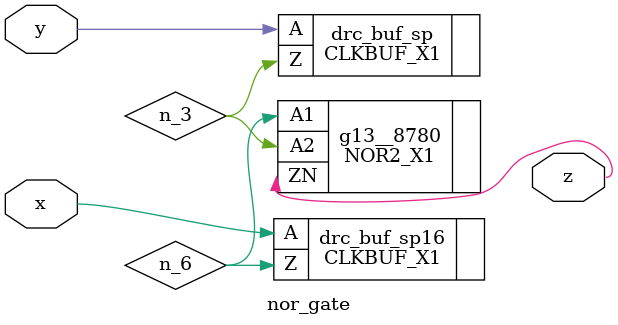
<source format=v>


// Verification Directory fv/nor_gate 

module nor_gate(x, y, z);
  input x, y;
  output z;
  wire x, y;
  wire z;
  wire n_3, n_6;
  NOR2_X1 g13__8780(.A1 (n_6), .A2 (n_3), .ZN (z));
  CLKBUF_X1 drc_buf_sp(.A (y), .Z (n_3));
  CLKBUF_X1 drc_buf_sp16(.A (x), .Z (n_6));
endmodule


</source>
